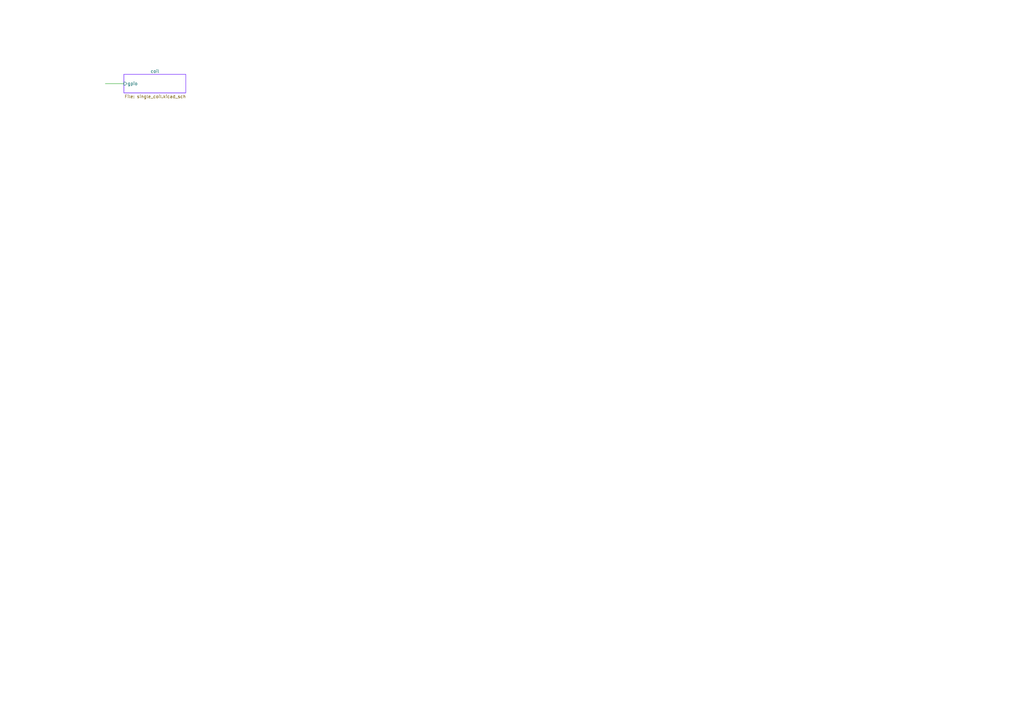
<source format=kicad_sch>
(kicad_sch
	(version 20231120)
	(generator "eeschema")
	(generator_version "8.0")
	(uuid "eb089fd7-f16c-48bd-95dc-4137f3d1782e")
	(paper "A3")
	(title_block
		(title "Testing circular coils")
		(date "2024-05-30")
		(rev "0.1")
		(comment 1 "Jonas Stirnemann")
	)
	(lib_symbols)
	(wire
		(pts
			(xy 43.18 34.29) (xy 50.8 34.29)
		)
		(stroke
			(width 0)
			(type default)
		)
		(uuid "e3dc00a6-b950-4acd-beba-9f0f468d4892")
	)
	(sheet
		(at 50.8 30.48)
		(size 25.4 7.62)
		(stroke
			(width 0.2)
			(type solid)
			(color 135 73 255 1)
		)
		(fill
			(color 0 0 0 0.0000)
		)
		(uuid "b17c726f-7b53-47e2-a6c8-1e358e5d56e5")
		(property "Sheetname" "coil"
			(at 61.722 29.972 0)
			(effects
				(font
					(size 1.27 1.27)
				)
				(justify left bottom)
			)
		)
		(property "Sheetfile" "single_coil.kicad_sch"
			(at 51.054 38.862 0)
			(effects
				(font
					(size 1.27 1.27)
				)
				(justify left top)
			)
		)
		(pin "gpio" input
			(at 50.8 34.29 180)
			(effects
				(font
					(size 1.27 1.27)
				)
				(justify left)
			)
			(uuid "c8d5fd79-74a5-47c4-85fe-d172df1dc5a0")
		)
		(instances
			(project "coil_driver"
				(path "/eb089fd7-f16c-48bd-95dc-4137f3d1782e"
					(page "2")
				)
			)
		)
	)
	(sheet_instances
		(path "/"
			(page "1")
		)
	)
)

</source>
